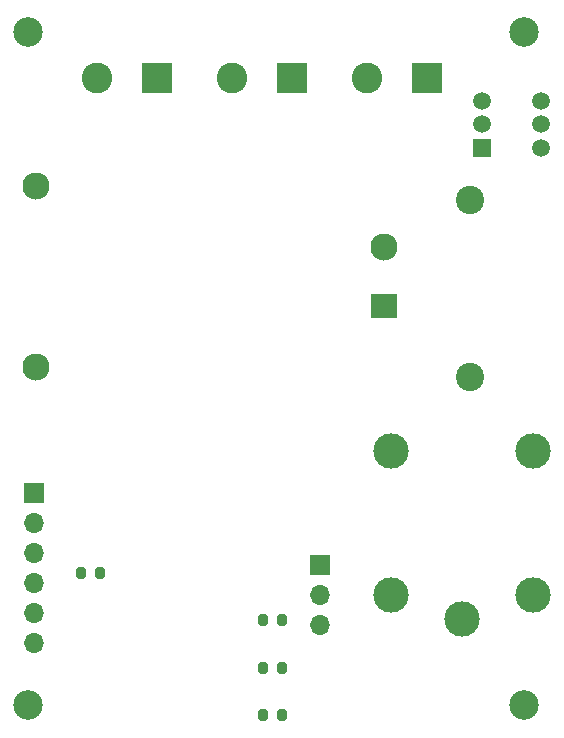
<source format=gbs>
G04 #@! TF.GenerationSoftware,KiCad,Pcbnew,7.0.8*
G04 #@! TF.CreationDate,2024-05-10T00:52:19-03:00*
G04 #@! TF.ProjectId,on_off_module_x1,6f6e5f6f-6666-45f6-9d6f-64756c655f78,1.0*
G04 #@! TF.SameCoordinates,Original*
G04 #@! TF.FileFunction,Soldermask,Bot*
G04 #@! TF.FilePolarity,Negative*
%FSLAX46Y46*%
G04 Gerber Fmt 4.6, Leading zero omitted, Abs format (unit mm)*
G04 Created by KiCad (PCBNEW 7.0.8) date 2024-05-10 00:52:19*
%MOMM*%
%LPD*%
G01*
G04 APERTURE LIST*
G04 Aperture macros list*
%AMRoundRect*
0 Rectangle with rounded corners*
0 $1 Rounding radius*
0 $2 $3 $4 $5 $6 $7 $8 $9 X,Y pos of 4 corners*
0 Add a 4 corners polygon primitive as box body*
4,1,4,$2,$3,$4,$5,$6,$7,$8,$9,$2,$3,0*
0 Add four circle primitives for the rounded corners*
1,1,$1+$1,$2,$3*
1,1,$1+$1,$4,$5*
1,1,$1+$1,$6,$7*
1,1,$1+$1,$8,$9*
0 Add four rect primitives between the rounded corners*
20,1,$1+$1,$2,$3,$4,$5,0*
20,1,$1+$1,$4,$5,$6,$7,0*
20,1,$1+$1,$6,$7,$8,$9,0*
20,1,$1+$1,$8,$9,$2,$3,0*%
G04 Aperture macros list end*
%ADD10C,2.500000*%
%ADD11R,1.700000X1.700000*%
%ADD12O,1.700000X1.700000*%
%ADD13C,3.000000*%
%ADD14C,2.600000*%
%ADD15R,2.600000X2.600000*%
%ADD16C,2.400000*%
%ADD17R,2.300000X2.000000*%
%ADD18C,2.300000*%
%ADD19R,1.500000X1.500000*%
%ADD20C,1.500000*%
%ADD21RoundRect,0.200000X0.200000X0.275000X-0.200000X0.275000X-0.200000X-0.275000X0.200000X-0.275000X0*%
G04 APERTURE END LIST*
D10*
X129837999Y-61840352D03*
D11*
X154518000Y-106937498D03*
D12*
X154518000Y-109477498D03*
X154518000Y-112017498D03*
D10*
X171837999Y-118840352D03*
D13*
X166552000Y-111535498D03*
X160552000Y-97335498D03*
X172552000Y-97335498D03*
X172552000Y-109535498D03*
X160552000Y-109535498D03*
D14*
X135703000Y-65786000D03*
D15*
X140783000Y-65786000D03*
D11*
X130364000Y-100886198D03*
D12*
X130364000Y-103426198D03*
X130364000Y-105966198D03*
X130364000Y-108506198D03*
X130364000Y-111046198D03*
X130364000Y-113586198D03*
D14*
X158558000Y-65786000D03*
D15*
X163638000Y-65786000D03*
D16*
X167218000Y-91053498D03*
X167218000Y-76053498D03*
D17*
X159936500Y-85053498D03*
D18*
X159936500Y-80053498D03*
X130536500Y-90253498D03*
X130536500Y-74853498D03*
D15*
X152208000Y-65786000D03*
D14*
X147128000Y-65786000D03*
D10*
X129837999Y-118840352D03*
X171837999Y-61840352D03*
D19*
X168290000Y-71676198D03*
D20*
X168290000Y-69676198D03*
X168290000Y-67676198D03*
X173290000Y-71676198D03*
X173290000Y-69676198D03*
X173290000Y-67676198D03*
D21*
X151333000Y-111661003D03*
X149683000Y-111661003D03*
X151333000Y-119661002D03*
X149683000Y-119661002D03*
X135933000Y-107661004D03*
X134283000Y-107661004D03*
X151333000Y-115661005D03*
X149683000Y-115661005D03*
M02*

</source>
